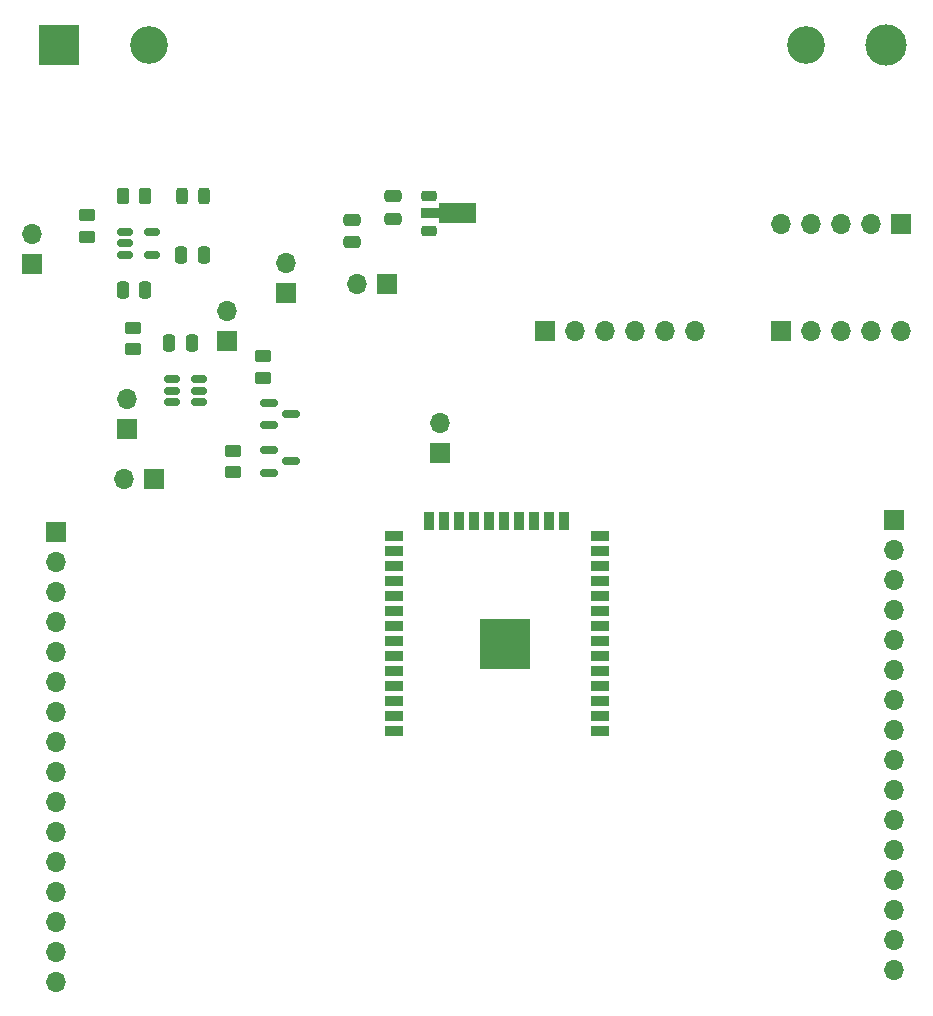
<source format=gbr>
%TF.GenerationSoftware,KiCad,Pcbnew,8.0.1*%
%TF.CreationDate,2024-04-05T23:37:33+02:00*%
%TF.ProjectId,power_system_board,706f7765-725f-4737-9973-74656d5f626f,rev?*%
%TF.SameCoordinates,Original*%
%TF.FileFunction,Soldermask,Top*%
%TF.FilePolarity,Negative*%
%FSLAX46Y46*%
G04 Gerber Fmt 4.6, Leading zero omitted, Abs format (unit mm)*
G04 Created by KiCad (PCBNEW 8.0.1) date 2024-04-05 23:37:33*
%MOMM*%
%LPD*%
G01*
G04 APERTURE LIST*
G04 Aperture macros list*
%AMRoundRect*
0 Rectangle with rounded corners*
0 $1 Rounding radius*
0 $2 $3 $4 $5 $6 $7 $8 $9 X,Y pos of 4 corners*
0 Add a 4 corners polygon primitive as box body*
4,1,4,$2,$3,$4,$5,$6,$7,$8,$9,$2,$3,0*
0 Add four circle primitives for the rounded corners*
1,1,$1+$1,$2,$3*
1,1,$1+$1,$4,$5*
1,1,$1+$1,$6,$7*
1,1,$1+$1,$8,$9*
0 Add four rect primitives between the rounded corners*
20,1,$1+$1,$2,$3,$4,$5,0*
20,1,$1+$1,$4,$5,$6,$7,0*
20,1,$1+$1,$6,$7,$8,$9,0*
20,1,$1+$1,$8,$9,$2,$3,0*%
%AMFreePoly0*
4,1,9,3.862500,-0.866500,0.737500,-0.866500,0.737500,-0.450000,-0.737500,-0.450000,-0.737500,0.450000,0.737500,0.450000,0.737500,0.866500,3.862500,0.866500,3.862500,-0.866500,3.862500,-0.866500,$1*%
G04 Aperture macros list end*
%ADD10RoundRect,0.225000X-0.425000X-0.225000X0.425000X-0.225000X0.425000X0.225000X-0.425000X0.225000X0*%
%ADD11FreePoly0,0.000000*%
%ADD12RoundRect,0.150000X0.512500X0.150000X-0.512500X0.150000X-0.512500X-0.150000X0.512500X-0.150000X0*%
%ADD13C,0.600000*%
%ADD14R,4.200000X4.200000*%
%ADD15R,1.500000X0.900000*%
%ADD16R,0.900000X1.500000*%
%ADD17RoundRect,0.150000X-0.512500X-0.150000X0.512500X-0.150000X0.512500X0.150000X-0.512500X0.150000X0*%
%ADD18RoundRect,0.250000X0.450000X-0.262500X0.450000X0.262500X-0.450000X0.262500X-0.450000X-0.262500X0*%
%ADD19RoundRect,0.250000X-0.262500X-0.450000X0.262500X-0.450000X0.262500X0.450000X-0.262500X0.450000X0*%
%ADD20RoundRect,0.250000X-0.450000X0.262500X-0.450000X-0.262500X0.450000X-0.262500X0.450000X0.262500X0*%
%ADD21RoundRect,0.150000X-0.587500X-0.150000X0.587500X-0.150000X0.587500X0.150000X-0.587500X0.150000X0*%
%ADD22R,1.700000X1.700000*%
%ADD23O,1.700000X1.700000*%
%ADD24RoundRect,0.243750X-0.243750X-0.456250X0.243750X-0.456250X0.243750X0.456250X-0.243750X0.456250X0*%
%ADD25RoundRect,0.250000X0.475000X-0.250000X0.475000X0.250000X-0.475000X0.250000X-0.475000X-0.250000X0*%
%ADD26RoundRect,0.250000X0.250000X0.475000X-0.250000X0.475000X-0.250000X-0.475000X0.250000X-0.475000X0*%
%ADD27RoundRect,0.250000X-0.250000X-0.475000X0.250000X-0.475000X0.250000X0.475000X-0.250000X0.475000X0*%
%ADD28C,3.500000*%
%ADD29R,3.500000X3.500000*%
%ADD30C,3.200000*%
G04 APERTURE END LIST*
D10*
%TO.C,U4*%
X115050000Y-70500000D03*
D11*
X115137500Y-72000000D03*
D10*
X115050000Y-73500000D03*
%TD*%
D12*
%TO.C,U3*%
X95637500Y-87950000D03*
X95637500Y-87000000D03*
X95637500Y-86050000D03*
X93362500Y-86050000D03*
X93362500Y-87000000D03*
X93362500Y-87950000D03*
%TD*%
D13*
%TO.C,U2*%
X120000000Y-107712500D03*
X120000000Y-109237500D03*
X120762500Y-106950000D03*
X120762500Y-108475000D03*
X120762500Y-110000000D03*
X121525000Y-107712500D03*
D14*
X121525000Y-108475000D03*
D13*
X121525000Y-109237500D03*
X122287500Y-106950000D03*
X122287500Y-108475000D03*
X122287500Y-110000000D03*
X123050000Y-107712500D03*
X123050000Y-109237500D03*
D15*
X112095000Y-115815000D03*
X112095000Y-114545000D03*
X112095000Y-113275000D03*
X112095000Y-112005000D03*
X112095000Y-110735000D03*
X112095000Y-109465000D03*
X112095000Y-108195000D03*
X112095000Y-106925000D03*
X112095000Y-105655000D03*
X112095000Y-104385000D03*
X112095000Y-103115000D03*
X112095000Y-101845000D03*
X112095000Y-100575000D03*
X112095000Y-99305000D03*
D16*
X115125000Y-98055000D03*
X116395000Y-98055000D03*
X117665000Y-98055000D03*
X118935000Y-98055000D03*
X120205000Y-98055000D03*
X121475000Y-98055000D03*
X122745000Y-98055000D03*
X124015000Y-98055000D03*
X125285000Y-98055000D03*
X126555000Y-98055000D03*
D15*
X129595000Y-99305000D03*
X129595000Y-100575000D03*
X129595000Y-101845000D03*
X129595000Y-103115000D03*
X129595000Y-104385000D03*
X129595000Y-105655000D03*
X129595000Y-106925000D03*
X129595000Y-108195000D03*
X129595000Y-109465000D03*
X129595000Y-110735000D03*
X129595000Y-112005000D03*
X129595000Y-113275000D03*
X129595000Y-114545000D03*
X129595000Y-115815000D03*
%TD*%
D17*
%TO.C,U1*%
X89325000Y-73600000D03*
X89325000Y-74550000D03*
X89325000Y-75500000D03*
X91600000Y-75500000D03*
X91600000Y-73600000D03*
%TD*%
D18*
%TO.C,R5*%
X101000000Y-85912500D03*
X101000000Y-84087500D03*
%TD*%
D19*
%TO.C,R4*%
X89187500Y-70500000D03*
X91012500Y-70500000D03*
%TD*%
D20*
%TO.C,R3*%
X86100000Y-72175000D03*
X86100000Y-74000000D03*
%TD*%
D18*
%TO.C,R2*%
X90000000Y-83500000D03*
X90000000Y-81675000D03*
%TD*%
%TO.C,R1*%
X98500000Y-93912500D03*
X98500000Y-92087500D03*
%TD*%
D21*
%TO.C,Q2*%
X101562500Y-92050000D03*
X101562500Y-93950000D03*
X103437500Y-93000000D03*
%TD*%
%TO.C,Q1*%
X101562500Y-88050000D03*
X101562500Y-89950000D03*
X103437500Y-89000000D03*
%TD*%
D22*
%TO.C,J12*%
X116000000Y-92275000D03*
D23*
X116000000Y-89735000D03*
%TD*%
D22*
%TO.C,J11*%
X111540000Y-78000000D03*
D23*
X109000000Y-78000000D03*
%TD*%
D22*
%TO.C,J10*%
X124880000Y-82000000D03*
D23*
X127420000Y-82000000D03*
X129960000Y-82000000D03*
X132500000Y-82000000D03*
X135040000Y-82000000D03*
X137580000Y-82000000D03*
%TD*%
%TO.C,J9*%
X154500000Y-136100000D03*
X154500000Y-133560000D03*
X154500000Y-131020000D03*
X154500000Y-128480000D03*
X154500000Y-125940000D03*
X154500000Y-123400000D03*
X154500000Y-120860000D03*
X154500000Y-118320000D03*
X154500000Y-115780000D03*
X154500000Y-113240000D03*
X154500000Y-110700000D03*
X154500000Y-108160000D03*
X154500000Y-105620000D03*
X154500000Y-103080000D03*
X154500000Y-100540000D03*
D22*
X154500000Y-98000000D03*
%TD*%
%TO.C,J8*%
X83500000Y-98960000D03*
D23*
X83500000Y-101500000D03*
X83500000Y-104040000D03*
X83500000Y-106580000D03*
X83500000Y-109120000D03*
X83500000Y-111660000D03*
X83500000Y-114200000D03*
X83500000Y-116740000D03*
X83500000Y-119280000D03*
X83500000Y-121820000D03*
X83500000Y-124360000D03*
X83500000Y-126900000D03*
X83500000Y-129440000D03*
X83500000Y-131980000D03*
X83500000Y-134520000D03*
X83500000Y-137060000D03*
%TD*%
D22*
%TO.C,J7*%
X91775000Y-94500000D03*
D23*
X89235000Y-94500000D03*
%TD*%
D22*
%TO.C,J6*%
X98000000Y-82775000D03*
D23*
X98000000Y-80235000D03*
%TD*%
D22*
%TO.C,J5*%
X103000000Y-78775000D03*
D23*
X103000000Y-76235000D03*
%TD*%
D22*
%TO.C,J4*%
X81500000Y-76275000D03*
D23*
X81500000Y-73735000D03*
%TD*%
D22*
%TO.C,J3*%
X89500000Y-90275000D03*
D23*
X89500000Y-87735000D03*
%TD*%
D22*
%TO.C,J2*%
X155045000Y-72942500D03*
D23*
X152505000Y-72942500D03*
X149965000Y-72942500D03*
X147425000Y-72942500D03*
X144885000Y-72942500D03*
%TD*%
%TO.C,J1*%
X155085000Y-82000000D03*
X152545000Y-82000000D03*
X150005000Y-82000000D03*
X147465000Y-82000000D03*
D22*
X144925000Y-82000000D03*
%TD*%
D24*
%TO.C,D1*%
X94162500Y-70500000D03*
X96037500Y-70500000D03*
%TD*%
D25*
%TO.C,C5*%
X108550000Y-74450000D03*
X108550000Y-72550000D03*
%TD*%
%TO.C,C4*%
X112050000Y-72450000D03*
X112050000Y-70550000D03*
%TD*%
D26*
%TO.C,C3*%
X95000000Y-83000000D03*
X93100000Y-83000000D03*
%TD*%
D27*
%TO.C,C2*%
X94100000Y-75500000D03*
X96000000Y-75500000D03*
%TD*%
%TO.C,C1*%
X89150000Y-78500000D03*
X91050000Y-78500000D03*
%TD*%
D28*
%TO.C,BT1*%
X153742500Y-57735000D03*
D29*
X83742500Y-57735000D03*
D30*
X146997500Y-57735000D03*
X91387500Y-57735000D03*
%TD*%
M02*

</source>
